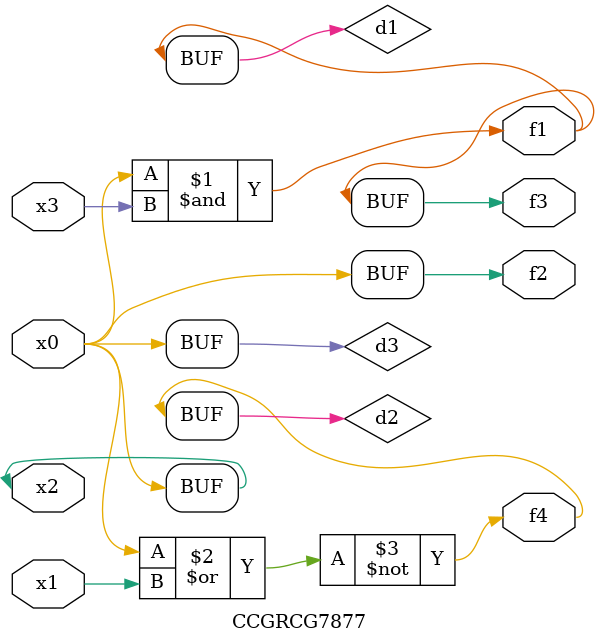
<source format=v>
module CCGRCG7877(
	input x0, x1, x2, x3,
	output f1, f2, f3, f4
);

	wire d1, d2, d3;

	and (d1, x2, x3);
	nor (d2, x0, x1);
	buf (d3, x0, x2);
	assign f1 = d1;
	assign f2 = d3;
	assign f3 = d1;
	assign f4 = d2;
endmodule

</source>
